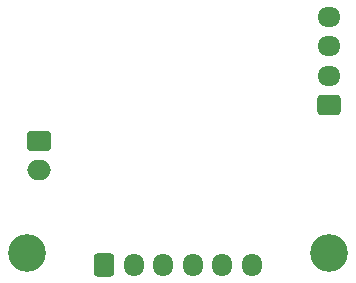
<source format=gbr>
%TF.GenerationSoftware,KiCad,Pcbnew,8.0.8*%
%TF.CreationDate,2025-02-07T05:45:52-05:00*%
%TF.ProjectId,ESP32_BluetoothModule_TerrapinRockets,45535033-325f-4426-9c75-65746f6f7468,rev?*%
%TF.SameCoordinates,Original*%
%TF.FileFunction,Soldermask,Bot*%
%TF.FilePolarity,Negative*%
%FSLAX46Y46*%
G04 Gerber Fmt 4.6, Leading zero omitted, Abs format (unit mm)*
G04 Created by KiCad (PCBNEW 8.0.8) date 2025-02-07 05:45:52*
%MOMM*%
%LPD*%
G01*
G04 APERTURE LIST*
G04 Aperture macros list*
%AMRoundRect*
0 Rectangle with rounded corners*
0 $1 Rounding radius*
0 $2 $3 $4 $5 $6 $7 $8 $9 X,Y pos of 4 corners*
0 Add a 4 corners polygon primitive as box body*
4,1,4,$2,$3,$4,$5,$6,$7,$8,$9,$2,$3,0*
0 Add four circle primitives for the rounded corners*
1,1,$1+$1,$2,$3*
1,1,$1+$1,$4,$5*
1,1,$1+$1,$6,$7*
1,1,$1+$1,$8,$9*
0 Add four rect primitives between the rounded corners*
20,1,$1+$1,$2,$3,$4,$5,0*
20,1,$1+$1,$4,$5,$6,$7,0*
20,1,$1+$1,$6,$7,$8,$9,0*
20,1,$1+$1,$8,$9,$2,$3,0*%
G04 Aperture macros list end*
%ADD10RoundRect,0.250000X0.725000X-0.600000X0.725000X0.600000X-0.725000X0.600000X-0.725000X-0.600000X0*%
%ADD11O,1.950000X1.700000*%
%ADD12RoundRect,0.250000X-0.750000X0.600000X-0.750000X-0.600000X0.750000X-0.600000X0.750000X0.600000X0*%
%ADD13O,2.000000X1.700000*%
%ADD14C,3.200000*%
%ADD15RoundRect,0.250000X-0.600000X-0.725000X0.600000X-0.725000X0.600000X0.725000X-0.600000X0.725000X0*%
%ADD16O,1.700000X1.950000*%
G04 APERTURE END LIST*
D10*
%TO.C,J2*%
X132000000Y-117000000D03*
D11*
X132000000Y-114500000D03*
X132000000Y-112000000D03*
X132000000Y-109500000D03*
%TD*%
D12*
%TO.C,J1*%
X107500000Y-120000000D03*
D13*
X107500000Y-122500000D03*
%TD*%
D14*
%TO.C,H4*%
X106500000Y-129500000D03*
%TD*%
D15*
%TO.C,J3*%
X113000000Y-130500000D03*
D16*
X115500000Y-130500000D03*
X118000000Y-130500000D03*
X120500000Y-130500000D03*
X123000000Y-130500000D03*
X125500000Y-130500000D03*
%TD*%
D14*
%TO.C,H3*%
X132000000Y-129500000D03*
%TD*%
M02*

</source>
